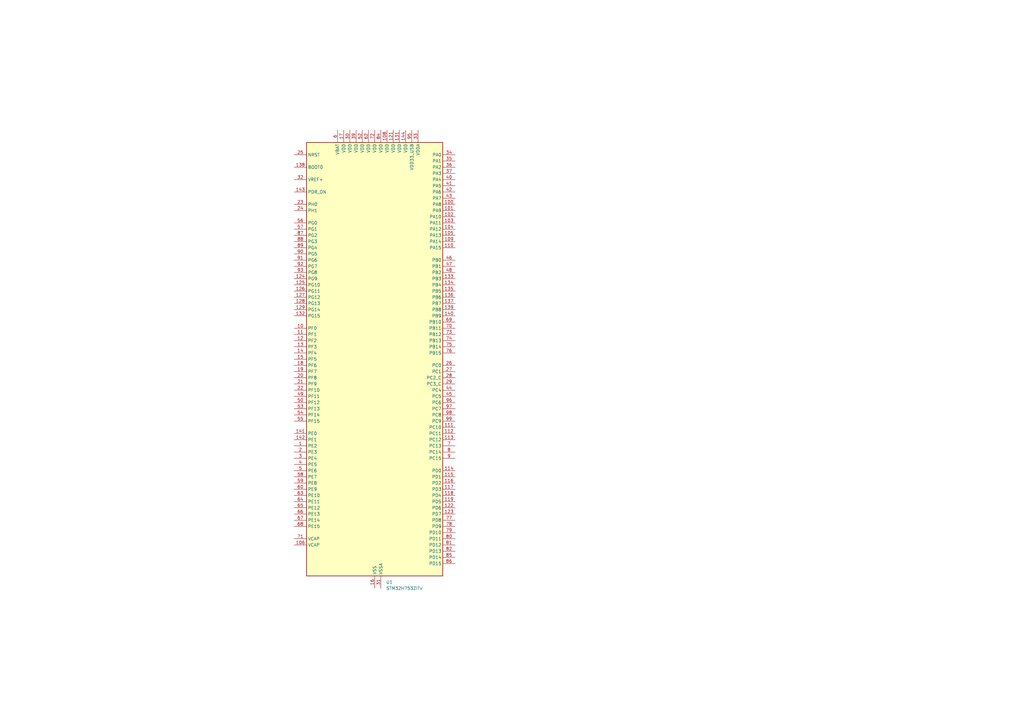
<source format=kicad_sch>
(kicad_sch (version 20250114) (generator "eeschema") (generator_version "9.0")
  (paper "A3")
  (lib_symbols
    (symbol "MCU_ST_STM32H7:STM32H753ZITx"
      (property "Reference" "U" (at -27.94 90.17 0))
      (property "Value" "STM32H753ZITx" (at 20.32 90.17 0))
      (symbol "STM32H753ZITx_0_1"
        (rectangle (start -27.94 -88.9) (end 27.94 88.9) (stroke (width 0.254)) (fill (type background)))
      )
      (symbol "STM32H753ZITx_1_1"
        (pin input line (at -33.02 83.82 0) (length 5.08) (name "NRST") (number "25"))
        (pin input line (at -33.02 78.74 0) (length 5.08) (name "BOOT0") (number "138"))
        (pin input line (at -33.02 73.66 0) (length 5.08) (name "VREF+") (number "32"))
        (pin input line (at -33.02 68.58 0) (length 5.08) (name "PDR_ON") (number "143"))
        (pin bidirectional line (at -33.02 63.5 0) (length 5.08) (name "PH0") (number "23"))
        (pin bidirectional line (at -33.02 60.96 0) (length 5.08) (name "PH1") (number "24"))
        (pin bidirectional line (at -33.02 55.88 0) (length 5.08) (name "PG0") (number "56"))
        (pin bidirectional line (at -33.02 53.34 0) (length 5.08) (name "PG1") (number "57"))
        (pin bidirectional line (at -33.02 50.8 0) (length 5.08) (name "PG2") (number "87"))
        (pin bidirectional line (at -33.02 48.26 0) (length 5.08) (name "PG3") (number "88"))
        (pin bidirectional line (at -33.02 45.72 0) (length 5.08) (name "PG4") (number "89"))
        (pin bidirectional line (at -33.02 43.18 0) (length 5.08) (name "PG5") (number "90"))
        (pin bidirectional line (at -33.02 40.64 0) (length 5.08) (name "PG6") (number "91"))
        (pin bidirectional line (at -33.02 38.1 0) (length 5.08) (name "PG7") (number "92"))
        (pin bidirectional line (at -33.02 35.56 0) (length 5.08) (name "PG8") (number "93"))
        (pin bidirectional line (at -33.02 33.02 0) (length 5.08) (name "PG9") (number "124"))
        (pin bidirectional line (at -33.02 30.48 0) (length 5.08) (name "PG10") (number "125"))
        (pin bidirectional line (at -33.02 27.94 0) (length 5.08) (name "PG11") (number "126"))
        (pin bidirectional line (at -33.02 25.4 0) (length 5.08) (name "PG12") (number "127"))
        (pin bidirectional line (at -33.02 22.86 0) (length 5.08) (name "PG13") (number "128"))
        (pin bidirectional line (at -33.02 20.32 0) (length 5.08) (name "PG14") (number "129"))
        (pin bidirectional line (at -33.02 17.78 0) (length 5.08) (name "PG15") (number "132"))
        (pin bidirectional line (at -33.02 12.7 0) (length 5.08) (name "PF0") (number "10"))
        (pin bidirectional line (at -33.02 10.16 0) (length 5.08) (name "PF1") (number "11"))
        (pin bidirectional line (at -33.02 7.62 0) (length 5.08) (name "PF2") (number "12"))
        (pin bidirectional line (at -33.02 5.08 0) (length 5.08) (name "PF3") (number "13"))
        (pin bidirectional line (at -33.02 2.54 0) (length 5.08) (name "PF4") (number "14"))
        (pin bidirectional line (at -33.02 0 0) (length 5.08) (name "PF5") (number "15"))
        (pin bidirectional line (at -33.02 -2.54 0) (length 5.08) (name "PF6") (number "18"))
        (pin bidirectional line (at -33.02 -5.08 0) (length 5.08) (name "PF7") (number "19"))
        (pin bidirectional line (at -33.02 -7.62 0) (length 5.08) (name "PF8") (number "20"))
        (pin bidirectional line (at -33.02 -10.16 0) (length 5.08) (name "PF9") (number "21"))
        (pin bidirectional line (at -33.02 -12.7 0) (length 5.08) (name "PF10") (number "22"))
        (pin bidirectional line (at -33.02 -15.24 0) (length 5.08) (name "PF11") (number "49"))
        (pin bidirectional line (at -33.02 -17.78 0) (length 5.08) (name "PF12") (number "50"))
        (pin bidirectional line (at -33.02 -20.32 0) (length 5.08) (name "PF13") (number "53"))
        (pin bidirectional line (at -33.02 -22.86 0) (length 5.08) (name "PF14") (number "54"))
        (pin bidirectional line (at -33.02 -25.4 0) (length 5.08) (name "PF15") (number "55"))
        (pin bidirectional line (at -33.02 -30.48 0) (length 5.08) (name "PE0") (number "141"))
        (pin bidirectional line (at -33.02 -33.02 0) (length 5.08) (name "PE1") (number "142"))
        (pin bidirectional line (at -33.02 -35.56 0) (length 5.08) (name "PE2") (number "1"))
        (pin bidirectional line (at -33.02 -38.1 0) (length 5.08) (name "PE3") (number "2"))
        (pin bidirectional line (at -33.02 -40.64 0) (length 5.08) (name "PE4") (number "3"))
        (pin bidirectional line (at -33.02 -43.18 0) (length 5.08) (name "PE5") (number "4"))
        (pin bidirectional line (at -33.02 -45.72 0) (length 5.08) (name "PE6") (number "5"))
        (pin bidirectional line (at -33.02 -48.26 0) (length 5.08) (name "PE7") (number "58"))
        (pin bidirectional line (at -33.02 -50.8 0) (length 5.08) (name "PE8") (number "59"))
        (pin bidirectional line (at -33.02 -53.34 0) (length 5.08) (name "PE9") (number "60"))
        (pin bidirectional line (at -33.02 -55.88 0) (length 5.08) (name "PE10") (number "63"))
        (pin bidirectional line (at -33.02 -58.42 0) (length 5.08) (name "PE11") (number "64"))
        (pin bidirectional line (at -33.02 -60.96 0) (length 5.08) (name "PE12") (number "65"))
        (pin bidirectional line (at -33.02 -63.5 0) (length 5.08) (name "PE13") (number "66"))
        (pin bidirectional line (at -33.02 -66.04 0) (length 5.08) (name "PE14") (number "67"))
        (pin bidirectional line (at -33.02 -68.58 0) (length 5.08) (name "PE15") (number "68"))
        (pin power_out line (at -33.02 -73.66 0) (length 5.08) (name "VCAP") (number "71"))
        (pin power_out line (at -33.02 -76.2 0) (length 5.08) (name "VCAP") (number "106"))
        (pin power_in line (at -15.24 93.98 270) (length 5.08) (name "VBAT") (number "6"))
        (pin power_in line (at -12.7 93.98 270) (length 5.08) (name "VDD") (number "17"))
        (pin power_in line (at -10.16 93.98 270) (length 5.08) (name "VDD") (number "30"))
        (pin power_in line (at -7.62 93.98 270) (length 5.08) (name "VDD") (number "39"))
        (pin power_in line (at -5.08 93.98 270) (length 5.08) (name "VDD") (number "52"))
        (pin power_in line (at -2.54 93.98 270) (length 5.08) (name "VDD") (number "62"))
        (pin power_in line (at 0 93.98 270) (length 5.08) (name "VDD") (number "72"))
        (pin passive line (at 0 -93.98 90) (length 5.08) (hide yes) (name "VSS") (number "107"))
        (pin passive line (at 0 -93.98 90) (length 5.08) (hide yes) (name "VSS") (number "120"))
        (pin passive line (at 0 -93.98 90) (length 5.08) (hide yes) (name "VSS") (number "130"))
        (pin power_in line (at 0 -93.98 90) (length 5.08) (name "VSS") (number "16"))
        (pin passive line (at 0 -93.98 90) (length 5.08) (hide yes) (name "VSS") (number "38"))
        (pin passive line (at 0 -93.98 90) (length 5.08) (hide yes) (name "VSS") (number "51"))
        (pin passive line (at 0 -93.98 90) (length 5.08) (hide yes) (name "VSS") (number "61"))
        (pin passive line (at 0 -93.98 90) (length 5.08) (hide yes) (name "VSS") (number "83"))
        (pin passive line (at 0 -93.98 90) (length 5.08) (hide yes) (name "VSS") (number "94"))
        (pin power_in line (at 2.54 93.98 270) (length 5.08) (name "VDD") (number "84"))
        (pin power_in line (at 2.54 -93.98 90) (length 5.08) (name "VSSA") (number "31"))
        (pin power_in line (at 5.08 93.98 270) (length 5.08) (name "VDD") (number "108"))
        (pin power_in line (at 7.62 93.98 270) (length 5.08) (name "VDD") (number "121"))
        (pin power_in line (at 10.16 93.98 270) (length 5.08) (name "VDD") (number "131"))
        (pin power_in line (at 12.7 93.98 270) (length 5.08) (name "VDD") (number "144"))
        (pin power_in line (at 15.24 93.98 270) (length 5.08) (name "VDD33_USB") (number "95"))
        (pin power_in line (at 17.78 93.98 270) (length 5.08) (name "VDDA") (number "33"))
        (pin bidirectional line (at 33.02 83.82 180) (length 5.08) (name "PA0") (number "34"))
        (pin bidirectional line (at 33.02 81.28 180) (length 5.08) (name "PA1") (number "35"))
        (pin bidirectional line (at 33.02 78.74 180) (length 5.08) (name "PA2") (number "36"))
        (pin bidirectional line (at 33.02 76.2 180) (length 5.08) (name "PA3") (number "37"))
        (pin bidirectional line (at 33.02 73.66 180) (length 5.08) (name "PA4") (number "40"))
        (pin bidirectional line (at 33.02 71.12 180) (length 5.08) (name "PA5") (number "41"))
        (pin bidirectional line (at 33.02 68.58 180) (length 5.08) (name "PA6") (number "42"))
        (pin bidirectional line (at 33.02 66.04 180) (length 5.08) (name "PA7") (number "43"))
        (pin bidirectional line (at 33.02 63.5 180) (length 5.08) (name "PA8") (number "100"))
        (pin bidirectional line (at 33.02 60.96 180) (length 5.08) (name "PA9") (number "101"))
        (pin bidirectional line (at 33.02 58.42 180) (length 5.08) (name "PA10") (number "102"))
        (pin bidirectional line (at 33.02 55.88 180) (length 5.08) (name "PA11") (number "103"))
        (pin bidirectional line (at 33.02 53.34 180) (length 5.08) (name "PA12") (number "104"))
        (pin bidirectional line (at 33.02 50.8 180) (length 5.08) (name "PA13") (number "105"))
        (pin bidirectional line (at 33.02 48.26 180) (length 5.08) (name "PA14") (number "109"))
        (pin bidirectional line (at 33.02 45.72 180) (length 5.08) (name "PA15") (number "110"))
        (pin bidirectional line (at 33.02 40.64 180) (length 5.08) (name "PB0") (number "46"))
        (pin bidirectional line (at 33.02 38.1 180) (length 5.08) (name "PB1") (number "47"))
        (pin bidirectional line (at 33.02 35.56 180) (length 5.08) (name "PB2") (number "48"))
        (pin bidirectional line (at 33.02 33.02 180) (length 5.08) (name "PB3") (number "133"))
        (pin bidirectional line (at 33.02 30.48 180) (length 5.08) (name "PB4") (number "134"))
        (pin bidirectional line (at 33.02 27.94 180) (length 5.08) (name "PB5") (number "135"))
        (pin bidirectional line (at 33.02 25.4 180) (length 5.08) (name "PB6") (number "136"))
        (pin bidirectional line (at 33.02 22.86 180) (length 5.08) (name "PB7") (number "137"))
        (pin bidirectional line (at 33.02 20.32 180) (length 5.08) (name "PB8") (number "139"))
        (pin bidirectional line (at 33.02 17.78 180) (length 5.08) (name "PB9") (number "140"))
        (pin bidirectional line (at 33.02 15.24 180) (length 5.08) (name "PB10") (number "69"))
        (pin bidirectional line (at 33.02 12.7 180) (length 5.08) (name "PB11") (number "70"))
        (pin bidirectional line (at 33.02 10.16 180) (length 5.08) (name "PB12") (number "73"))
        (pin bidirectional line (at 33.02 7.62 180) (length 5.08) (name "PB13") (number "74"))
        (pin bidirectional line (at 33.02 5.08 180) (length 5.08) (name "PB14") (number "75"))
        (pin bidirectional line (at 33.02 2.54 180) (length 5.08) (name "PB15") (number "76"))
        (pin bidirectional line (at 33.02 -2.54 180) (length 5.08) (name "PC0") (number "26"))
        (pin bidirectional line (at 33.02 -5.08 180) (length 5.08) (name "PC1") (number "27"))
        (pin bidirectional line (at 33.02 -7.62 180) (length 5.08) (name "PC2_C") (number "28"))
        (pin bidirectional line (at 33.02 -10.16 180) (length 5.08) (name "PC3_C") (number "29"))
        (pin bidirectional line (at 33.02 -12.7 180) (length 5.08) (name "PC4") (number "44"))
        (pin bidirectional line (at 33.02 -15.24 180) (length 5.08) (name "PC5") (number "45"))
        (pin bidirectional line (at 33.02 -17.78 180) (length 5.08) (name "PC6") (number "96"))
        (pin bidirectional line (at 33.02 -20.32 180) (length 5.08) (name "PC7") (number "97"))
        (pin bidirectional line (at 33.02 -22.86 180) (length 5.08) (name "PC8") (number "98"))
        (pin bidirectional line (at 33.02 -25.4 180) (length 5.08) (name "PC9") (number "99"))
        (pin bidirectional line (at 33.02 -27.94 180) (length 5.08) (name "PC10") (number "111"))
        (pin bidirectional line (at 33.02 -30.48 180) (length 5.08) (name "PC11") (number "112"))
        (pin bidirectional line (at 33.02 -33.02 180) (length 5.08) (name "PC12") (number "113"))
        (pin bidirectional line (at 33.02 -35.56 180) (length 5.08) (name "PC13") (number "7"))
        (pin bidirectional line (at 33.02 -38.1 180) (length 5.08) (name "PC14") (number "8"))
        (pin bidirectional line (at 33.02 -40.64 180) (length 5.08) (name "PC15") (number "9"))
        (pin bidirectional line (at 33.02 -45.72 180) (length 5.08) (name "PD0") (number "114"))
        (pin bidirectional line (at 33.02 -48.26 180) (length 5.08) (name "PD1") (number "115"))
        (pin bidirectional line (at 33.02 -50.8 180) (length 5.08) (name "PD2") (number "116"))
        (pin bidirectional line (at 33.02 -53.34 180) (length 5.08) (name "PD3") (number "117"))
        (pin bidirectional line (at 33.02 -55.88 180) (length 5.08) (name "PD4") (number "118"))
        (pin bidirectional line (at 33.02 -58.42 180) (length 5.08) (name "PD5") (number "119"))
        (pin bidirectional line (at 33.02 -60.96 180) (length 5.08) (name "PD6") (number "122"))
        (pin bidirectional line (at 33.02 -63.5 180) (length 5.08) (name "PD7") (number "123"))
        (pin bidirectional line (at 33.02 -66.04 180) (length 5.08) (name "PD8") (number "77"))
        (pin bidirectional line (at 33.02 -68.58 180) (length 5.08) (name "PD9") (number "78"))
        (pin bidirectional line (at 33.02 -71.12 180) (length 5.08) (name "PD10") (number "79"))
        (pin bidirectional line (at 33.02 -73.66 180) (length 5.08) (name "PD11") (number "80"))
        (pin bidirectional line (at 33.02 -76.2 180) (length 5.08) (name "PD12") (number "81"))
        (pin bidirectional line (at 33.02 -78.74 180) (length 5.08) (name "PD13") (number "82"))
        (pin bidirectional line (at 33.02 -81.28 180) (length 5.08) (name "PD14") (number "85"))
        (pin bidirectional line (at 33.02 -83.82 180) (length 5.08) (name "PD15") (number "86"))
      )
    )
  )
  (symbol (lib_id "MCU_ST_STM32H7:STM32H753ZITx") (at 153.67 147.32 0) (unit 1)
    (property "Reference" "U1" (at 158.3533 238.76 0) (effects (justify left)))
    (property "Value" "STM32H753ZITx" (at 158.3533 241.3 0) (effects (justify left)))
    (property "Footprint" "Package_QFP:LQFP-144_20x20mm_P0.5mm" (effects (hide yes)))
    (property "Datasheet" "https://www.st.com/resource/en/datasheet/stm32h753zi.pdf" (effects (hide yes)))
    (property "Description" "STMicroelectronics Arm Cortex-M7 MCU, 2048KB flash, 1024KB RAM, 480 MHz, 1.62-3.6V, 114 GPIO, LQFP144" (effects (hide yes)))
  )
)
</source>
